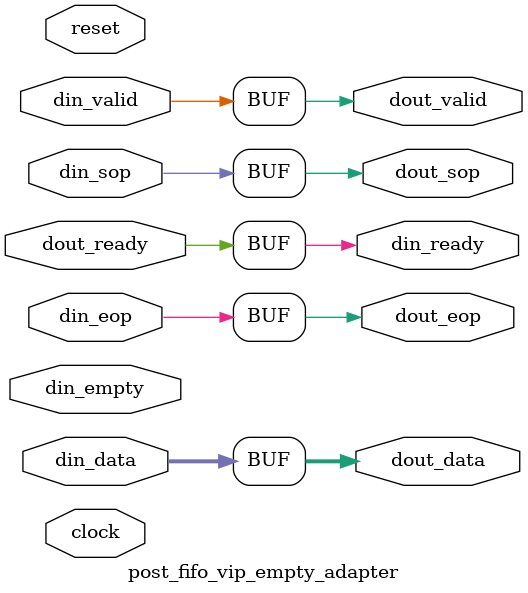
<source format=v>
module post_fifo_vip_empty_adapter(
 clock,
 reset,

 din_ready,
 din_valid,
 din_data,
 din_sop,
 din_eop,
 din_empty,

 dout_ready,
 dout_valid,
 dout_data,
 dout_sop,
 dout_eop
//, dout_empty,

);

input clock;
input reset;

output din_ready;
input din_valid;
input [23:0] din_data;
input din_sop;
input din_eop;
input [1:0] din_empty;

input dout_ready;
output dout_valid;
output [23:0] dout_data;
output dout_sop;
output dout_eop;
//output [1:0] dout_empty;


  assign din_ready = dout_ready;

  assign dout_data = din_data;
  assign dout_valid = din_valid;
  assign dout_sop = din_sop;
  assign dout_eop = din_eop;
//  assign dout_empty = 2'b0;

endmodule




</source>
